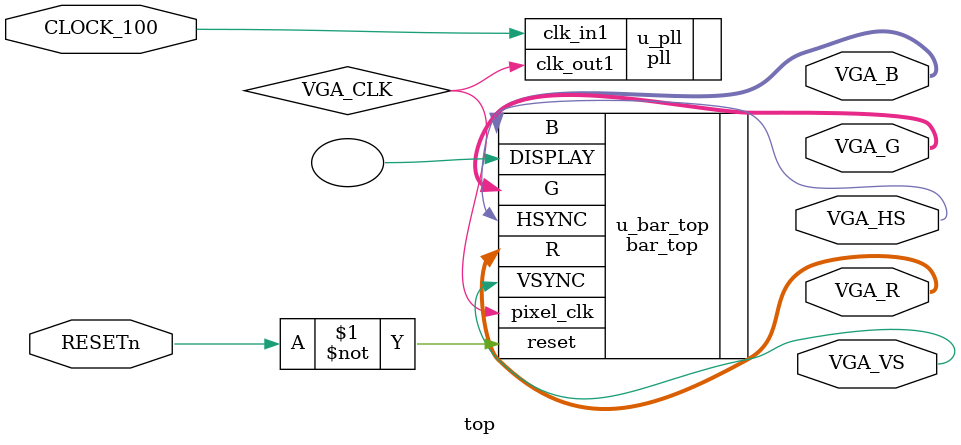
<source format=sv>

module top
(
    input         CLOCK_100,    // 100 MHz

    input         RESETn,       // RESET, low active

    // VGA
    output        VGA_HS,       // VGA H_SYNC
    output        VGA_VS,       // VGA V_SYNC
    output [3:0]  VGA_R,        // VGA Red[9:0]
    output [3:0]  VGA_G,        // VGA Green[9:0]
    output [3:0]  VGA_B         // VGA Blue[9:0]
);

logic VGA_CLK;

pll
u_pll (
    .clk_in1(CLOCK_100),
    .clk_out1(VGA_CLK)
);

bar_top
    #(.RGB_WIDTH(4))
u_bar_top
(
    .pixel_clk  (VGA_CLK),
    .reset      (~RESETn),     // default is high
    .R          (VGA_R),
    .G          (VGA_G),
    .B          (VGA_B),
    .HSYNC      (VGA_HS),
    .VSYNC      (VGA_VS),
    .DISPLAY    ()
);


endmodule

</source>
